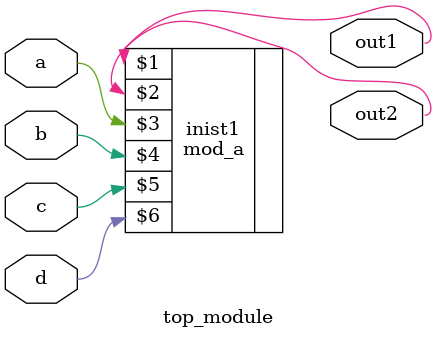
<source format=v>
module top_module ( 
    input a, 
    input b, 
    input c,
    input d,
    output out1,
    output out2
);
    mod_a inist1(out1,out2,a,b,c,d);

endmodule
</source>
